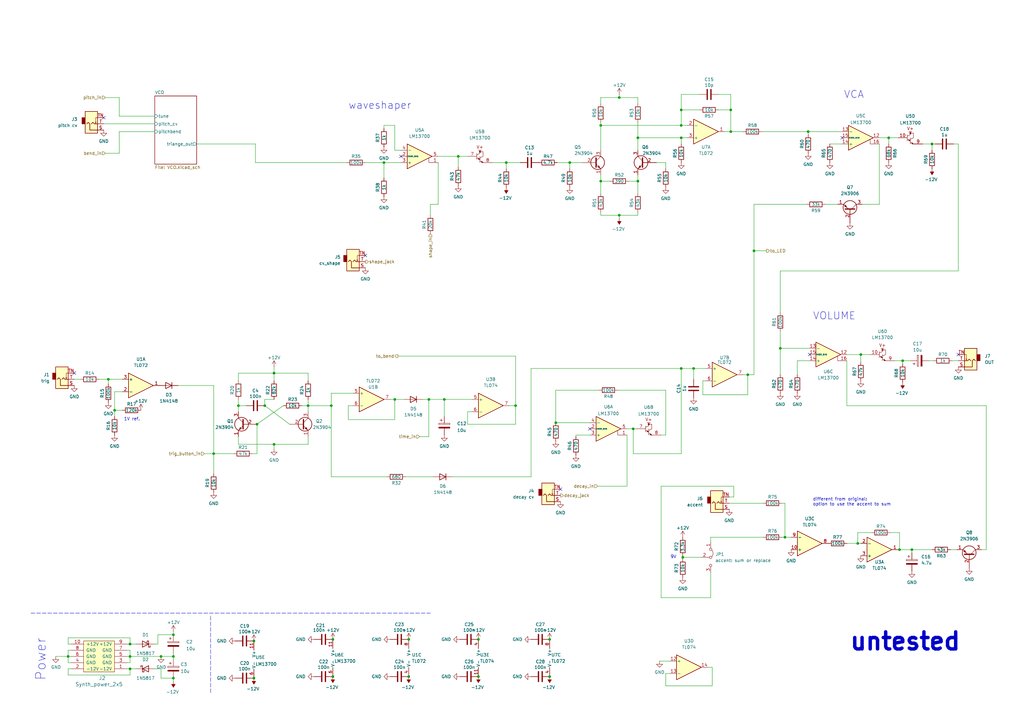
<source format=kicad_sch>
(kicad_sch (version 20211123) (generator eeschema)
  (paper "A3")
  (title_block (title "Roundhouse") (company "strange orbits") (comment 1 "kosmo version of befaco kickall"))
  (junction (at 279.4 56.515))
  (junction (at 97.79 166.37))
  (junction (at 87.63 186.055))
  (junction (at 108.585 166.37))
  (junction (at 284.48 151.13))
  (junction (at 279.4 45.085))
  (junction (at 261.62 74.295))
  (junction (at 196.215 262.255))
  (junction (at 44.45 155.575))
  (junction (at 71.12 278.13))
  (junction (at 53.34 264.16))
  (junction (at 246.38 74.295))
  (junction (at 167.64 277.495))
  (junction (at 136.525 262.255))
  (junction (at 246.38 51.435))
  (junction (at 71.12 269.24))
  (junction (at 306.705 153.67))
  (junction (at 53.34 274.32))
  (junction (at 112.395 153.035))
  (junction (at 225.425 277.495))
  (junction (at 254 88.265))
  (junction (at 104.14 262.89))
  (junction (at 157.48 66.675))
  (junction (at 66.04 269.24))
  (junction (at 321.945 220.345))
  (junction (at 196.215 277.495))
  (junction (at 299.72 53.975))
  (junction (at 374.015 225.425))
  (junction (at 175.895 163.83))
  (junction (at 279.4 51.435))
  (junction (at 364.49 56.515))
  (junction (at 211.455 166.37))
  (junction (at 136.525 277.495))
  (junction (at 225.425 262.255))
  (junction (at 187.96 64.135))
  (junction (at 135.89 166.37))
  (junction (at 351.79 222.885))
  (junction (at 368.935 225.425))
  (junction (at 161.925 163.83))
  (junction (at 182.245 163.83))
  (junction (at 112.395 182.245))
  (junction (at 71.12 260.35))
  (junction (at 261.62 56.515))
  (junction (at 254 40.005))
  (junction (at 299.72 45.085))
  (junction (at 104.14 278.13))
  (junction (at 126.365 166.37))
  (junction (at 309.245 102.87))
  (junction (at 382.27 59.055))
  (junction (at 280.035 228.6))
  (junction (at 331.47 53.975))
  (junction (at 279.4 151.13))
  (junction (at 53.34 269.24))
  (junction (at 259.715 175.895))
  (junction (at 353.06 145.415))
  (junction (at 320.04 142.875))
  (junction (at 207.645 66.675))
  (junction (at 27.94 269.24))
  (junction (at 105.41 173.99))
  (junction (at 46.99 168.275))
  (junction (at 233.68 66.675))
  (junction (at 370.205 147.955))
  (junction (at 227.965 173.355))
  (junction (at 167.64 262.255))
  (no_connect (at 164.465 64.135))
  (no_connect (at 393.065 145.415))
  (no_connect (at 30.48 153.035))
  (no_connect (at 149.86 104.775))
  (no_connect (at 42.545 48.26))
  (no_connect (at 229.87 200.66))
  (no_connect (at 332.105 145.415))
  (no_connect (at 345.44 56.515))
  (no_connect (at 241.935 175.895))
  (wire (pts (xy 179.705 64.135) (xy 187.96 64.135)))
  (wire (pts (xy 353.06 145.415) (xy 353.06 148.59)))
  (wire (pts (xy 261.62 74.295) (xy 261.62 71.755)))
  (wire (pts (xy 182.245 170.815) (xy 182.245 163.83)))
  (wire (pts (xy 52.07 269.24) (xy 53.34 269.24)))
  (wire (pts (xy 360.68 83.82) (xy 360.68 59.055)))
  (wire (pts (xy 299.72 45.085) (xy 294.64 45.085)))
  (wire (pts (xy 53.34 264.16) (xy 52.07 264.16)))
  (wire (pts (xy 257.175 178.435) (xy 257.175 199.39)))
  (wire (pts (xy 391.16 59.055) (xy 393.065 59.055)))
  (wire (pts (xy 135.89 166.37) (xy 135.89 195.58)))
  (wire (pts (xy 367.03 147.955) (xy 370.205 147.955)))
  (wire (pts (xy 288.29 156.21) (xy 288.29 161.925)))
  (wire (pts (xy 291.465 245.11) (xy 271.145 245.11)))
  (wire (pts (xy 193.675 168.91) (xy 191.77 168.91)))
  (wire (pts (xy 135.89 166.37) (xy 135.89 161.29)))
  (wire (pts (xy 157.48 51.435) (xy 157.48 52.705)))
  (wire (pts (xy 87.63 186.055) (xy 95.885 186.055)))
  (wire (pts (xy 273.05 66.675) (xy 269.24 66.675)))
  (wire (pts (xy 370.205 147.955) (xy 370.205 149.225)))
  (wire (pts (xy 241.935 178.435) (xy 236.22 178.435)))
  (wire (pts (xy 246.38 74.295) (xy 246.38 79.375)))
  (wire (pts (xy 52.07 266.7) (xy 53.34 266.7)))
  (wire (pts (xy 259.715 175.895) (xy 260.985 175.895)))
  (wire (pts (xy 289.56 156.21) (xy 288.29 156.21)))
  (wire (pts (xy 320.04 111.125) (xy 393.065 111.125)))
  (wire (pts (xy 321.945 220.345) (xy 324.485 220.345)))
  (polyline (pts (xy 86.36 252.73) (xy 86.36 284.48)))
  (wire (pts (xy 227.965 160.02) (xy 227.965 173.355)))
  (wire (pts (xy 161.925 172.085) (xy 161.925 163.83)))
  (wire (pts (xy 320.04 142.875) (xy 332.105 142.875)))
  (wire (pts (xy 292.1 281.305) (xy 292.1 273.685)))
  (wire (pts (xy 246.38 50.165) (xy 246.38 51.435)))
  (wire (pts (xy 46.99 160.655) (xy 46.99 168.275)))
  (wire (pts (xy 306.705 153.67) (xy 309.245 153.67)))
  (wire (pts (xy 87.63 186.055) (xy 87.63 158.115)))
  (wire (pts (xy 179.705 66.675) (xy 179.705 83.82)))
  (wire (pts (xy 87.63 186.055) (xy 87.63 194.31)))
  (wire (pts (xy 53.34 264.16) (xy 55.88 264.16)))
  (wire (pts (xy 236.22 178.435) (xy 236.22 179.07)))
  (wire (pts (xy 320.04 142.875) (xy 320.04 153.67)))
  (wire (pts (xy 211.455 166.37) (xy 211.455 146.05)))
  (wire (pts (xy 48.895 53.975) (xy 63.5 53.975)))
  (wire (pts (xy 112.395 163.83) (xy 108.585 163.83)))
  (wire (pts (xy 287.02 38.735) (xy 279.4 38.735)))
  (wire (pts (xy 288.29 161.925) (xy 306.705 161.925)))
  (wire (pts (xy 320.04 135.89) (xy 320.04 142.875)))
  (wire (pts (xy 291.465 234.95) (xy 291.465 245.11)))
  (wire (pts (xy 257.81 74.295) (xy 261.62 74.295)))
  (wire (pts (xy 40.64 155.575) (xy 44.45 155.575)))
  (wire (pts (xy 351.79 222.885) (xy 353.06 222.885)))
  (wire (pts (xy 273.05 281.305) (xy 292.1 281.305)))
  (wire (pts (xy 309.245 102.87) (xy 309.245 83.82)))
  (wire (pts (xy 381 147.955) (xy 382.905 147.955)))
  (wire (pts (xy 104.775 66.675) (xy 142.24 66.675)))
  (wire (pts (xy 284.48 151.13) (xy 289.56 151.13)))
  (wire (pts (xy 309.245 102.87) (xy 314.325 102.87)))
  (wire (pts (xy 149.86 66.675) (xy 157.48 66.675)))
  (wire (pts (xy 261.62 50.165) (xy 261.62 56.515)))
  (wire (pts (xy 280.035 228.6) (xy 280.035 229.235)))
  (wire (pts (xy 274.955 276.225) (xy 273.05 276.225)))
  (wire (pts (xy 123.825 166.37) (xy 126.365 166.37)))
  (wire (pts (xy 187.96 64.135) (xy 191.77 64.135)))
  (wire (pts (xy 292.1 273.685) (xy 290.195 273.685)))
  (wire (pts (xy 353.06 145.415) (xy 356.87 145.415)))
  (wire (pts (xy 53.34 266.7) (xy 53.34 269.24)))
  (wire (pts (xy 378.46 59.055) (xy 382.27 59.055)))
  (wire (pts (xy 53.34 271.78) (xy 53.34 269.24)))
  (wire (pts (xy 52.07 274.32) (xy 53.34 274.32)))
  (wire (pts (xy 299.72 45.085) (xy 299.72 38.735)))
  (wire (pts (xy 29.21 266.7) (xy 27.94 266.7)))
  (wire (pts (xy 71.12 267.97) (xy 71.12 269.24)))
  (wire (pts (xy 207.645 66.675) (xy 213.36 66.675)))
  (wire (pts (xy 161.925 51.435) (xy 157.48 51.435)))
  (wire (pts (xy 309.245 153.67) (xy 309.245 102.87)))
  (wire (pts (xy 179.705 83.82) (xy 176.53 83.82)))
  (wire (pts (xy 351.79 218.44) (xy 351.79 222.885)))
  (wire (pts (xy 157.48 66.675) (xy 157.48 73.025)))
  (wire (pts (xy 112.395 182.245) (xy 112.395 184.15)))
  (wire (pts (xy 66.04 274.32) (xy 66.04 278.13)))
  (wire (pts (xy 271.145 245.11) (xy 271.145 199.39)))
  (wire (pts (xy 166.37 195.58) (xy 177.8 195.58)))
  (wire (pts (xy 53.34 276.86) (xy 53.34 274.32)))
  (wire (pts (xy 44.45 155.575) (xy 44.45 157.48)))
  (wire (pts (xy 71.12 259.08) (xy 71.12 260.35)))
  (wire (pts (xy 97.79 153.035) (xy 97.79 156.21)))
  (wire (pts (xy 279.4 56.515) (xy 279.4 59.055)))
  (wire (pts (xy 104.775 59.055) (xy 80.645 59.055)))
  (wire (pts (xy 309.245 83.82) (xy 330.835 83.82)))
  (wire (pts (xy 46.99 168.275) (xy 50.165 168.275)))
  (wire (pts (xy 104.775 66.675) (xy 104.775 59.055)))
  (wire (pts (xy 27.94 266.7) (xy 27.94 269.24)))
  (wire (pts (xy 135.89 161.29) (xy 144.78 161.29)))
  (wire (pts (xy 287.02 45.085) (xy 279.4 45.085)))
  (wire (pts (xy 331.47 53.975) (xy 331.47 55.245)))
  (wire (pts (xy 357.505 218.44) (xy 351.79 218.44)))
  (wire (pts (xy 157.48 66.675) (xy 164.465 66.675)))
  (wire (pts (xy 144.78 166.37) (xy 142.875 166.37)))
  (wire (pts (xy 280.035 228.6) (xy 287.655 228.6)))
  (wire (pts (xy 299.085 206.375) (xy 313.055 206.375)))
  (wire (pts (xy 44.45 155.575) (xy 50.165 155.575)))
  (wire (pts (xy 368.935 225.425) (xy 368.935 218.44)))
  (wire (pts (xy 83.82 186.055) (xy 87.63 186.055)))
  (wire (pts (xy 338.455 83.82) (xy 343.535 83.82)))
  (wire (pts (xy 187.96 64.135) (xy 187.96 68.58)))
  (wire (pts (xy 280.035 227.965) (xy 280.035 228.6)))
  (wire (pts (xy 368.935 225.425) (xy 374.015 225.425)))
  (wire (pts (xy 53.34 269.24) (xy 66.04 269.24)))
  (wire (pts (xy 118.745 173.99) (xy 108.585 166.37)))
  (wire (pts (xy 112.395 182.245) (xy 126.365 182.245)))
  (wire (pts (xy 211.455 146.05) (xy 163.195 146.05)))
  (wire (pts (xy 233.68 66.675) (xy 233.68 69.215)))
  (wire (pts (xy 321.945 206.375) (xy 320.675 206.375)))
  (wire (pts (xy 245.11 199.39) (xy 257.175 199.39)))
  (wire (pts (xy 182.245 163.83) (xy 193.675 163.83)))
  (wire (pts (xy 299.72 38.735) (xy 294.64 38.735)))
  (wire (pts (xy 105.41 186.055) (xy 103.505 186.055)))
  (wire (pts (xy 52.07 271.78) (xy 53.34 271.78)))
  (wire (pts (xy 306.705 161.925) (xy 306.705 153.67)))
  (wire (pts (xy 64.77 260.35) (xy 71.12 260.35)))
  (wire (pts (xy 368.935 218.44) (xy 365.125 218.44)))
  (wire (pts (xy 246.38 74.295) (xy 250.19 74.295)))
  (wire (pts (xy 27.94 264.16) (xy 27.94 261.62)))
  (wire (pts (xy 291.465 220.345) (xy 291.465 222.25)))
  (wire (pts (xy 279.4 151.13) (xy 279.4 186.055)))
  (wire (pts (xy 321.945 220.345) (xy 321.945 206.375)))
  (wire (pts (xy 30.48 155.575) (xy 33.02 155.575)))
  (wire (pts (xy 175.895 163.83) (xy 173.355 163.83)))
  (wire (pts (xy 161.925 61.595) (xy 161.925 51.435)))
  (wire (pts (xy 217.805 195.58) (xy 217.805 151.13)))
  (wire (pts (xy 402.59 225.425) (xy 404.495 225.425)))
  (wire (pts (xy 246.38 51.435) (xy 246.38 61.595)))
  (wire (pts (xy 161.925 163.83) (xy 165.735 163.83)))
  (wire (pts (xy 97.79 166.37) (xy 97.79 163.83)))
  (wire (pts (xy 271.145 178.435) (xy 273.05 178.435)))
  (wire (pts (xy 313.055 220.345) (xy 291.465 220.345)))
  (wire (pts (xy 43.18 62.865) (xy 48.895 62.865)))
  (wire (pts (xy 382.27 59.055) (xy 382.27 61.595)))
  (wire (pts (xy 126.365 166.37) (xy 126.365 168.91)))
  (wire (pts (xy 63.5 264.16) (xy 64.77 264.16)))
  (wire (pts (xy 217.805 151.13) (xy 279.4 151.13)))
  (wire (pts (xy 279.4 151.13) (xy 284.48 151.13)))
  (wire (pts (xy 261.62 56.515) (xy 279.4 56.515)))
  (wire (pts (xy 340.36 59.055) (xy 345.44 59.055)))
  (wire (pts (xy 48.895 40.005) (xy 43.18 40.005)))
  (wire (pts (xy 48.895 62.865) (xy 48.895 53.975)))
  (wire (pts (xy 347.345 222.885) (xy 351.79 222.885)))
  (wire (pts (xy 172.085 179.07) (xy 175.895 179.07)))
  (wire (pts (xy 364.49 56.515) (xy 364.49 59.055)))
  (wire (pts (xy 279.4 51.435) (xy 281.94 51.435)))
  (wire (pts (xy 273.05 276.225) (xy 273.05 281.305)))
  (wire (pts (xy 73.025 158.115) (xy 87.63 158.115)))
  (wire (pts (xy 71.12 269.24) (xy 71.12 270.51)))
  (wire (pts (xy 126.365 153.035) (xy 126.365 156.21)))
  (wire (pts (xy 382.27 59.055) (xy 383.54 59.055)))
  (wire (pts (xy 27.94 274.32) (xy 27.94 276.86)))
  (wire (pts (xy 245.745 160.02) (xy 227.965 160.02)))
  (wire (pts (xy 126.365 163.83) (xy 126.365 166.37)))
  (wire (pts (xy 273.05 160.02) (xy 253.365 160.02)))
  (wire (pts (xy 233.68 66.675) (xy 238.76 66.675)))
  (wire (pts (xy 347.345 147.955) (xy 347.345 166.37)))
  (wire (pts (xy 273.05 178.435) (xy 273.05 160.02)))
  (wire (pts (xy 261.62 42.545) (xy 261.62 40.005)))
  (wire (pts (xy 46.99 168.275) (xy 46.99 170.815)))
  (wire (pts (xy 259.715 186.055) (xy 279.4 186.055)))
  (wire (pts (xy 270.51 271.145) (xy 274.955 271.145)))
  (wire (pts (xy 246.38 51.435) (xy 279.4 51.435)))
  (wire (pts (xy 300.99 199.39) (xy 300.99 203.835)))
  (wire (pts (xy 105.41 173.99) (xy 116.205 166.37)))
  (wire (pts (xy 100.965 166.37) (xy 97.79 166.37)))
  (wire (pts (xy 50.165 160.655) (xy 46.99 160.655)))
  (wire (pts (xy 53.34 261.62) (xy 53.34 264.16)))
  (wire (pts (xy 261.62 88.265) (xy 261.62 86.995)))
  (wire (pts (xy 320.04 111.125) (xy 320.04 128.27)))
  (wire (pts (xy 182.245 163.83) (xy 175.895 163.83)))
  (wire (pts (xy 257.175 175.895) (xy 259.715 175.895)))
  (wire (pts (xy 191.77 173.99) (xy 211.455 173.99)))
  (wire (pts (xy 327.025 153.67) (xy 327.025 147.955)))
  (wire (pts (xy 164.465 61.595) (xy 161.925 61.595)))
  (wire (pts (xy 66.04 278.13) (xy 71.12 278.13)))
  (wire (pts (xy 48.895 47.625) (xy 48.895 40.005)))
  (wire (pts (xy 261.62 56.515) (xy 261.62 61.595)))
  (wire (pts (xy 370.205 147.955) (xy 373.38 147.955)))
  (wire (pts (xy 306.705 153.67) (xy 304.8 153.67)))
  (wire (pts (xy 389.89 225.425) (xy 392.43 225.425)))
  (wire (pts (xy 27.94 271.78) (xy 27.94 269.24)))
  (wire (pts (xy 312.42 53.975) (xy 331.47 53.975)))
  (wire (pts (xy 271.145 199.39) (xy 300.99 199.39)))
  (wire (pts (xy 246.38 71.755) (xy 246.38 74.295)))
  (wire (pts (xy 211.455 166.37) (xy 208.915 166.37)))
  (wire (pts (xy 97.79 182.245) (xy 112.395 182.245)))
  (wire (pts (xy 175.895 179.07) (xy 175.895 163.83)))
  (wire (pts (xy 211.455 173.99) (xy 211.455 166.37)))
  (wire (pts (xy 227.965 173.355) (xy 241.935 173.355)))
  (wire (pts (xy 112.395 153.035) (xy 126.365 153.035)))
  (wire (pts (xy 112.395 153.035) (xy 97.79 153.035)))
  (wire (pts (xy 176.53 83.82) (xy 176.53 88.265)))
  (wire (pts (xy 246.38 86.995) (xy 246.38 88.265)))
  (wire (pts (xy 261.62 74.295) (xy 261.62 79.375)))
  (wire (pts (xy 228.6 66.675) (xy 233.68 66.675)))
  (wire (pts (xy 297.18 53.975) (xy 299.72 53.975)))
  (wire (pts (xy 374.015 225.425) (xy 374.015 226.695)))
  (wire (pts (xy 27.94 269.24) (xy 29.21 269.24)))
  (wire (pts (xy 97.79 179.07) (xy 97.79 182.245)))
  (wire (pts (xy 126.365 182.245) (xy 126.365 179.07)))
  (wire (pts (xy 300.99 203.835) (xy 299.085 203.835)))
  (wire (pts (xy 29.21 271.78) (xy 27.94 271.78)))
  (wire (pts (xy 279.4 45.085) (xy 279.4 51.435)))
  (polyline (pts (xy 12.7 251.46) (xy 176.53 251.46)))
  (wire (pts (xy 29.21 274.32) (xy 27.94 274.32)))
  (wire (pts (xy 53.34 274.32) (xy 55.88 274.32)))
  (wire (pts (xy 160.02 163.83) (xy 161.925 163.83)))
  (wire (pts (xy 254 40.005) (xy 246.38 40.005)))
  (wire (pts (xy 201.93 66.675) (xy 207.645 66.675)))
  (wire (pts (xy 320.675 220.345) (xy 321.945 220.345)))
  (wire (pts (xy 63.5 47.625) (xy 48.895 47.625)))
  (wire (pts (xy 347.345 145.415) (xy 353.06 145.415)))
  (wire (pts (xy 254 88.265) (xy 261.62 88.265)))
  (wire (pts (xy 27.94 261.62) (xy 53.34 261.62)))
  (wire (pts (xy 185.42 195.58) (xy 217.805 195.58)))
  (wire (pts (xy 259.715 175.895) (xy 259.715 186.055)))
  (wire (pts (xy 279.4 56.515) (xy 281.94 56.515)))
  (wire (pts (xy 254 38.735) (xy 254 40.005)))
  (wire (pts (xy 393.065 59.055) (xy 393.065 111.125)))
  (wire (pts (xy 360.68 56.515) (xy 364.49 56.515)))
  (wire (pts (xy 299.72 53.975) (xy 299.72 45.085)))
  (wire (pts (xy 191.77 168.91) (xy 191.77 173.99)))
  (wire (pts (xy 63.5 274.32) (xy 66.04 274.32)))
  (wire (pts (xy 142.875 172.085) (xy 161.925 172.085)))
  (wire (pts (xy 299.72 53.975) (xy 304.8 53.975)))
  (wire (pts (xy 331.47 53.975) (xy 345.44 53.975)))
  (wire (pts (xy 374.015 225.425) (xy 382.27 225.425)))
  (wire (pts (xy 261.62 40.005) (xy 254 40.005)))
  (wire (pts (xy 390.525 147.955) (xy 393.065 147.955)))
  (wire (pts (xy 66.04 269.24) (xy 71.12 269.24)))
  (wire (pts (xy 246.38 40.005) (xy 246.38 42.545)))
  (wire (pts (xy 22.86 269.24) (xy 27.94 269.24)))
  (wire (pts (xy 29.21 264.16) (xy 27.94 264.16)))
  (wire (pts (xy 42.545 50.8) (xy 63.5 50.8)))
  (wire (pts (xy 126.365 166.37) (xy 135.89 166.37)))
  (wire (pts (xy 347.345 166.37) (xy 404.495 166.37)))
  (wire (pts (xy 279.4 38.735) (xy 279.4 45.085)))
  (wire (pts (xy 142.875 166.37) (xy 142.875 172.085)))
  (wire (pts (xy 404.495 225.425) (xy 404.495 166.37)))
  (wire (pts (xy 112.395 156.21) (xy 112.395 153.035)))
  (wire (pts (xy 105.41 173.99) (xy 105.41 186.055)))
  (wire (pts (xy 364.49 56.515) (xy 368.3 56.515)))
  (wire (pts (xy 97.79 166.37) (xy 97.79 168.91)))
  (wire (pts (xy 71.12 278.13) (xy 71.12 279.4)))
  (wire (pts (xy 108.585 163.83) (xy 108.585 166.37)))
  (wire (pts (xy 112.395 150.495) (xy 112.395 153.035)))
  (wire (pts (xy 246.38 88.265) (xy 254 88.265)))
  (wire (pts (xy 273.05 69.215) (xy 273.05 66.675)))
  (wire (pts (xy 254 88.265) (xy 254 89.535)))
  (wire (pts (xy 27.94 276.86) (xy 53.34 276.86)))
  (wire (pts (xy 353.695 83.82) (xy 360.68 83.82)))
  (wire (pts (xy 368.3 225.425) (xy 368.935 225.425)))
  (wire (pts (xy 284.48 151.13) (xy 284.48 155.575)))
  (wire (pts (xy 207.645 66.675) (xy 207.645 69.215)))
  (wire (pts (xy 135.89 195.58) (xy 158.75 195.58)))
  (wire (pts (xy 327.025 147.955) (xy 332.105 147.955)))
  (wire (pts (xy 64.77 264.16) (xy 64.77 260.35)))
  (text "different from original:\noption to use the accent to sum" (at 333.375 207.645 0) (effects (font (size 1.27 1.27)) (justify left bottom)))
  (text "1V ref." (at 50.8 172.72 0) (effects (font (size 1.27 1.27)) (justify left bottom)))
  (text "waveshaper\n" (at 142.875 45.085 0) (effects (font (size 3 3)) (justify left bottom)))
  (text "VCA" (at 346.075 40.64 0) (effects (font (size 3 3)) (justify left bottom)))
  (text "VOLUME" (at 333.375 131.445 0) (effects (font (size 3 3)) (justify left bottom)))
  (text "9V" (at 274.955 229.235 0) (effects (font (size 1.27 1.27)) (justify left bottom)))
  (text "untested" (at 347.98 267.335 0) (effects (font (size 7.0104 7.0104) (thickness 1.4021) bold) (justify left bottom)))
  (text "Power" (at 19.05 279.4 90) (effects (font (size 3.9878 3.9878)) (justify left bottom)))
  (hierarchical_label "trig_button_in" (shape input) (at 83.82 186.055 180))
  (hierarchical_label "to_bend" (shape output) (at 163.195 146.05 180))
  (hierarchical_label "time_in" (shape input) (at 172.085 179.07 180))
  (hierarchical_label "shape_in" (shape input) (at 176.53 95.885 270))
  (hierarchical_label "shape_jack" (shape output) (at 149.86 107.315 0))
  (hierarchical_label "to_LED" (shape output) (at 314.325 102.87 0))
  (hierarchical_label "pitch_in" (shape input) (at 43.18 40.005 180))
  (hierarchical_label "decay_jack" (shape output) (at 229.87 203.2 0))
  (hierarchical_label "bend_in" (shape input) (at 43.18 62.865 180))
  (hierarchical_label "decay_in" (shape input) (at 245.11 199.39 180))
  (symbol (lib_id "ao_symbols:TL072") (at 170.18 269.875 0) (unit 3)
    (property "Reference" "U1" (at 168.91 268.6049 0) (effects (justify left)))
    (property "Value" "TL072" (at 168.91 271.1449 0) (effects (justify left)))
    (property "Footprint" "ao_tht:DIP-8_W7.62mm_Socket_LongPads" (effects hide))
    (property "Vendor" "Tayda" (effects hide))
    (property "SKU" "A-037" (effects hide))
  )
  (symbol (lib_id "ao_symbols:CP") (at 71.12 274.32 0) (unit 1)
    (property "Reference" "C3" (at 74.041 272.5225 0) (effects (justify left)))
    (property "Value" "10u" (at 74.041 275.2976 0) (effects (justify left)))
    (property "Footprint" "ao_tht:CP_Radial_horizontalflat_D5mm_P2.50mm_H10mm_south" (effects hide))
    (property "Vendor" "Tayda" (effects hide))
  )
  (symbol (lib_id "power:GND") (at 273.05 76.835 0) (unit 1)
    (property "Reference" "#PWR0108" (effects hide))
    (property "Value" "GND" (at 273.05 81.3975 0))
  )
  (symbol (lib_id "ao_symbols:LM13700") (at 139.065 269.875 0) (unit 5)
    (property "Reference" "U6" (at 137.16 268.6049 0) (effects (justify left)))
    (property "Value" "LM13700" (at 137.16 271.1449 0) (effects (justify left)))
    (property "Footprint" "ao_tht:DIP-16_W7.62mm_Socket_LongPads" (effects hide))
    (property "Vendor" "Tayda" (effects hide))
    (property "SKU" "A-900" (effects hide))
  )
  (symbol (lib_id "ao_symbols:LM13700") (at 364.49 145.415 0) (unit 4)
    (property "Reference" "U6" (at 361.95 135.89 0))
    (property "Value" "LM13700" (at 361.95 138.43 0))
    (property "Footprint" "ao_tht:DIP-16_W7.62mm_Socket_LongPads" (effects hide))
    (property "Vendor" "Tayda" (effects hide))
    (property "SKU" "A-900" (effects hide))
  )
  (symbol (lib_id "ao_symbols:C") (at 132.715 262.255 90) (unit 1)
    (property "Reference" "C21" (at 131.445 256.54 90))
    (property "Value" "100n" (at 130.81 258.445 90))
    (property "Footprint" "ao_tht:C_Disc_D3.0mm_W1.6mm_P2.50mm" (effects hide))
    (property "Vendor" "Tayda" (effects hide))
  )
  (symbol (lib_id "power:GND") (at 236.22 186.69 0) (unit 1)
    (property "Reference" "#PWR0119" (effects hide))
    (property "Value" "GND" (at 236.22 191.2525 0))
  )
  (symbol (lib_id "power:-12V") (at 104.14 278.13 180) (unit 1)
    (property "Reference" "#PWR0170" (effects hide))
    (property "Value" "-12V" (at 103.759 282.5242 0))
  )
  (symbol (lib_id "ao_symbols:R") (at 97.79 160.02 180) (unit 1)
    (property "Reference" "R20" (at 95.25 160.02 90))
    (property "Value" "1k" (at 97.79 160.02 90))
    (property "Footprint" "ao_tht:R_Axial_DIN0207_L6.3mm_D2.5mm_P10.16mm_Horizontal" (effects hide))
    (property "Vendor" "Tayda" (effects hide))
  )
  (symbol (lib_id "power:GND") (at 157.48 60.325 0) (unit 1)
    (property "Reference" "#PWR0114" (effects hide))
    (property "Value" "GND" (at 157.48 64.8875 0))
  )
  (symbol (lib_id "ao_symbols:R") (at 207.645 73.025 180) (unit 1)
    (property "Reference" "R44" (at 205.105 73.025 90))
    (property "Value" "10k" (at 207.645 73.025 90))
    (property "Footprint" "ao_tht:R_Axial_DIN0207_L6.3mm_D2.5mm_P10.16mm_Horizontal" (effects hide))
    (property "Vendor" "Tayda" (effects hide))
  )
  (symbol (lib_id "power:+12V") (at 112.395 150.495 0) (unit 1)
    (property "Reference" "#PWR0141" (effects hide))
    (property "Value" "+12V" (at 112.395 146.685 0))
  )
  (symbol (lib_id "ao_symbols:AudioJack2_SwitchT") (at 25.4 155.575 0) (mirror x) (unit 1)
    (property "Reference" "J1" (at 20.32 153.6699 0) (effects (justify right)))
    (property "Value" "trig" (at 20.32 156.2099 0) (effects (justify right)))
    (property "Footprint" "ao_tht:Jack_6.35mm_PJ_629HAN_slots" (effects hide))
    (property "Vendor" "Tayda" (effects hide))
    (property "SKU" "A-1121" (effects hide))
  )
  (symbol (lib_id "ao_symbols:R") (at 162.56 195.58 270) (unit 1)
    (property "Reference" "R32" (at 162.56 198.12 90))
    (property "Value" "680" (at 162.56 195.58 90))
    (property "Footprint" "ao_tht:R_Axial_DIN0207_L6.3mm_D2.5mm_P10.16mm_Horizontal" (effects hide))
    (property "Vendor" "Tayda" (effects hide))
  )
  (symbol (lib_id "ao_symbols:R") (at 273.05 73.025 180) (unit 1)
    (property "Reference" "R55" (at 270.51 73.025 90))
    (property "Value" "10k" (at 273.05 73.025 90))
    (property "Footprint" "ao_tht:R_Axial_DIN0207_L6.3mm_D2.5mm_P10.16mm_Horizontal" (effects hide))
    (property "Vendor" "Tayda" (effects hide))
  )
  (symbol (lib_id "power:GND") (at 217.805 277.495 270) (unit 1)
    (property "Reference" "#PWR0160" (effects hide))
    (property "Value" "GND" (at 210.185 277.495 90) (effects (justify left)))
  )
  (symbol (lib_id "ao_symbols:TL074") (at 198.755 269.875 0) (unit 5)
    (property "Reference" "U3" (at 196.85 268.6049 0) (effects (justify left)))
    (property "Value" "TL074" (at 196.85 271.1449 0) (effects (justify left)))
    (property "Footprint" "ao_tht:DIP-14_W7.62mm_Socket_LongPads" (effects hide))
    (property "Vendor" "Tayda" (effects hide))
    (property "SKU" "A-1138" (effects hide))
  )
  (symbol (lib_id "power:+12V") (at 225.425 262.255 0) (unit 1)
    (property "Reference" "#PWR0165" (effects hide))
    (property "Value" "+12V" (at 225.425 258.445 0))
  )
  (symbol (lib_id "ao_symbols:R") (at 382.27 65.405 180) (unit 1)
    (property "Reference" "R69" (at 379.73 65.405 90))
    (property "Value" "10k" (at 382.27 65.405 90))
    (property "Footprint" "ao_tht:R_Axial_DIN0207_L6.3mm_D2.5mm_P10.16mm_Horizontal" (effects hide))
    (property "Vendor" "Tayda" (effects hide))
  )
  (symbol (lib_id "ao_symbols:2N3906") (at 348.615 86.36 270) (mirror x) (unit 1)
    (property "Reference" "Q7" (at 348.615 76.835 90))
    (property "Value" "2N3906" (at 348.615 79.375 90))
    (property "Footprint" "ao_tht:TO-92_Inline_Wide" (effects hide))
    (property "Datasheet" "https://www.onsemi.com/pub/Collateral/2N3906-D.PDF" (effects hide))
    (property "Vendor" "Tayda" (effects hide))
    (property "SKU" "A-117" (effects hide))
  )
  (symbol (lib_id "power:-12V") (at 196.215 277.495 180) (unit 1)
    (property "Reference" "#PWR0161" (effects hide))
    (property "Value" "-12V" (at 195.834 281.8892 0))
  )
  (symbol (lib_id "power:GND") (at 149.86 109.855 0) (unit 1)
    (property "Reference" "#PWR0140" (effects hide))
    (property "Value" "GND" (at 149.86 114.4175 0))
  )
  (symbol (lib_id "ao_symbols:C") (at 100.33 262.89 90) (unit 1)
    (property "Reference" "C19" (at 100.33 256.7645 90))
    (property "Value" "100n" (at 100.33 259.08 90))
    (property "Footprint" "ao_tht:C_Disc_D3.0mm_W1.6mm_P2.50mm" (effects hide))
    (property "Vendor" "Tayda" (effects hide))
  )
  (symbol (lib_id "ao_symbols:C") (at 100.33 278.13 90) (unit 1)
    (property "Reference" "C20" (at 100.33 272.0045 90))
    (property "Value" "100n" (at 100.33 274.32 90))
    (property "Footprint" "ao_tht:C_Disc_D3.0mm_W1.6mm_P2.50mm" (effects hide))
    (property "Vendor" "Tayda" (effects hide))
  )
  (symbol (lib_id "ao_symbols:C") (at 221.615 262.255 90) (unit 1)
    (property "Reference" "C27" (at 221.615 256.1295 90))
    (property "Value" "100n" (at 221.615 258.445 90))
    (property "Footprint" "ao_tht:C_Disc_D3.0mm_W1.6mm_P2.50mm" (effects hide))
    (property "Vendor" "Tayda" (effects hide))
  )
  (symbol (lib_id "ao_symbols:R") (at 353.06 152.4 180) (unit 1)
    (property "Reference" "R67" (at 350.52 152.4 90))
    (property "Value" "47k" (at 353.06 152.4 90))
    (property "Footprint" "ao_tht:R_Axial_DIN0207_L6.3mm_D2.5mm_P10.16mm_Horizontal" (effects hide))
    (property "Vendor" "Tayda" (effects hide))
  )
  (symbol (lib_id "ao_symbols:R") (at 320.04 157.48 180) (unit 1)
    (property "Reference" "R62" (at 317.5 157.48 90))
    (property "Value" "470" (at 320.04 157.48 90))
    (property "Footprint" "ao_tht:R_Axial_DIN0207_L6.3mm_D2.5mm_P10.16mm_Horizontal" (effects hide))
    (property "Vendor" "Tayda" (effects hide))
  )
  (symbol (lib_id "power:GND") (at 227.965 180.975 0) (unit 1)
    (property "Reference" "#PWR0118" (effects hide))
    (property "Value" "GND" (at 227.965 185.5375 0))
  )
  (symbol (lib_id "power:GND") (at 30.48 158.115 0) (unit 1)
    (property "Reference" "#PWR0152" (effects hide))
    (property "Value" "GND" (at 30.48 162.6775 0))
  )
  (symbol (lib_id "ao_symbols:R") (at 112.395 160.02 180) (unit 1)
    (property "Reference" "R22" (at 109.855 160.02 90))
    (property "Value" "82k" (at 112.395 160.02 90))
    (property "Footprint" "ao_tht:R_Axial_DIN0207_L6.3mm_D2.5mm_P10.16mm_Horizontal" (effects hide))
    (property "Vendor" "Tayda" (effects hide))
  )
  (symbol (lib_id "power:GND") (at 279.4 66.675 0) (unit 1)
    (property "Reference" "#PWR0107" (effects hide))
    (property "Value" "GND" (at 279.4 71.2375 0))
  )
  (symbol (lib_id "power:GND") (at 340.36 66.675 0) (unit 1)
    (property "Reference" "#PWR0102" (effects hide))
    (property "Value" "GND" (at 340.36 71.2375 0))
  )
  (symbol (lib_id "power:GND") (at 128.905 277.495 270) (unit 1)
    (property "Reference" "#PWR0178" (effects hide))
    (property "Value" "GND" (at 121.285 277.495 90) (effects (justify left)))
  )
  (symbol (lib_id "ao_symbols:R") (at 279.4 62.865 180) (unit 1)
    (property "Reference" "R56" (at 276.86 62.865 90))
    (property "Value" "10k" (at 279.4 62.865 90))
    (property "Footprint" "ao_tht:R_Axial_DIN0207_L6.3mm_D2.5mm_P10.16mm_Horizontal" (effects hide))
    (property "Vendor" "Tayda" (effects hide))
  )
  (symbol (lib_id "power:+12V") (at 104.14 262.89 0) (unit 1)
    (property "Reference" "#PWR0169" (effects hide))
    (property "Value" "+12V" (at 104.14 259.08 0))
  )
  (symbol (lib_id "ao_symbols:2N3906") (at 397.51 227.965 270) (mirror x) (unit 1)
    (property "Reference" "Q8" (at 397.51 218.44 90))
    (property "Value" "2N3906" (at 397.51 220.98 90))
    (property "Footprint" "ao_tht:TO-92_Inline_Wide" (effects hide))
    (property "Datasheet" "https://www.onsemi.com/pub/Collateral/2N3906-D.PDF" (effects hide))
    (property "Vendor" "Tayda" (effects hide))
    (property "SKU" "A-117" (effects hide))
  )
  (symbol (lib_id "power:-12V") (at 167.64 277.495 180) (unit 1)
    (property "Reference" "#PWR0172" (effects hide))
    (property "Value" "-12V" (at 167.259 281.8892 0))
  )
  (symbol (lib_id "ao_symbols:R") (at 290.83 45.085 270) (unit 1)
    (property "Reference" "R57" (at 290.83 47.625 90))
    (property "Value" "10k" (at 290.83 45.085 90))
    (property "Footprint" "ao_tht:R_Axial_DIN0207_L6.3mm_D2.5mm_P10.16mm_Horizontal" (effects hide))
    (property "Vendor" "Tayda" (effects hide))
  )
  (symbol (lib_id "ao_symbols:R") (at 53.975 168.275 90) (unit 1)
    (property "Reference" "R17" (at 53.975 165.735 90))
    (property "Value" "120k" (at 53.975 168.275 90))
    (property "Footprint" "ao_tht:R_Axial_DIN0207_L6.3mm_D2.5mm_P10.16mm_Horizontal" (effects hide))
    (property "Vendor" "Tayda" (effects hide))
  )
  (symbol (lib_id "ao_symbols:R") (at 233.68 73.025 180) (unit 1)
    (property "Reference" "R49" (at 231.14 73.025 90))
    (property "Value" "10k" (at 233.68 73.025 90))
    (property "Footprint" "ao_tht:R_Axial_DIN0207_L6.3mm_D2.5mm_P10.16mm_Horizontal" (effects hide))
    (property "Vendor" "Tayda" (effects hide))
  )
  (symbol (lib_id "ao_symbols:R") (at 327.025 157.48 180) (unit 1)
    (property "Reference" "R64" (at 324.485 157.48 90))
    (property "Value" "470" (at 327.025 157.48 90))
    (property "Footprint" "ao_tht:R_Axial_DIN0207_L6.3mm_D2.5mm_P10.16mm_Horizontal" (effects hide))
    (property "Vendor" "Tayda" (effects hide))
  )
  (symbol (lib_id "ao_symbols:R") (at 246.38 83.185 180) (unit 1)
    (property "Reference" "R51" (at 243.84 83.185 90))
    (property "Value" "43k" (at 246.38 83.185 90))
    (property "Footprint" "ao_tht:R_Axial_DIN0207_L6.3mm_D2.5mm_P10.16mm_Horizontal" (effects hide))
    (property "Vendor" "Tayda" (effects hide))
  )
  (symbol (lib_id "power:GND") (at 331.47 62.865 0) (unit 1)
    (property "Reference" "#PWR0104" (effects hide))
    (property "Value" "GND" (at 331.47 67.4275 0))
  )
  (symbol (lib_id "ao_symbols:R") (at 157.48 76.835 180) (unit 1)
    (property "Reference" "R38" (at 154.94 76.835 90))
    (property "Value" "1k" (at 157.48 76.835 90))
    (property "Footprint" "ao_tht:R_Axial_DIN0207_L6.3mm_D2.5mm_P10.16mm_Horizontal" (effects hide))
    (property "Vendor" "Tayda" (effects hide))
  )
  (symbol (lib_id "power:+12V") (at 196.215 262.255 0) (unit 1)
    (property "Reference" "#PWR0163" (effects hide))
    (property "Value" "+12V" (at 196.215 258.445 0))
  )
  (symbol (lib_id "power:GND") (at 393.065 150.495 0) (unit 1)
    (property "Reference" "#PWR0109" (effects hide))
    (property "Value" "GND" (at 393.065 155.0575 0))
  )
  (symbol (lib_id "power:GND") (at 46.99 178.435 0) (unit 1)
    (property "Reference" "#PWR0129" (effects hide))
    (property "Value" "GND" (at 46.99 182.9975 0))
  )
  (symbol (lib_id "ao_symbols:CP") (at 374.015 230.505 0) (unit 1)
    (property "Reference" "C16" (at 377.825 228.3459 0) (effects (justify left)))
    (property "Value" "4.7u" (at 377.825 230.8859 0) (effects (justify left)))
    (property "Footprint" "ao_tht:CP_Radial_horizontalflat_D5mm_P2.50mm_H10mm_south" (effects hide))
    (property "Vendor" "Tayda" (effects hide))
  )
  (symbol (lib_id "ao_symbols:R") (at 320.04 132.08 180) (unit 1)
    (property "Reference" "R61" (at 317.5 132.08 90))
    (property "Value" "100k" (at 320.04 132.08 90))
    (property "Footprint" "ao_tht:R_Axial_DIN0207_L6.3mm_D2.5mm_P10.16mm_Horizontal" (effects hide))
    (property "Vendor" "Tayda" (effects hide))
  )
  (symbol (lib_id "power:-12V") (at 382.27 69.215 180) (unit 1)
    (property "Reference" "#PWR0101" (effects hide))
    (property "Value" "-12V" (at 381.889 73.6092 0))
  )
  (symbol (lib_id "power:GND") (at 374.015 234.315 0) (unit 1)
    (property "Reference" "#PWR0147" (effects hide))
    (property "Value" "GND" (at 374.015 238.8775 0))
  )
  (symbol (lib_id "ao_symbols:AudioJack2_SwitchT") (at 144.78 107.315 0) (mirror x) (unit 1)
    (property "Reference" "J5" (at 139.7 105.4099 0) (effects (justify right)))
    (property "Value" "cv_shape" (at 139.7 107.9499 0) (effects (justify right)))
    (property "Footprint" "ao_tht:Jack_6.35mm_PJ_629HAN_slots" (effects hide))
    (property "Vendor" "Tayda" (effects hide))
    (property "SKU" "A-1121" (effects hide))
  )
  (symbol (lib_id "ao_symbols:LM13700") (at 268.605 175.895 0) (unit 2)
    (property "Reference" "U6" (at 266.065 166.9849 0))
    (property "Value" "LM13700" (at 266.065 169.76 0))
    (property "Footprint" "ao_tht:DIP-16_W7.62mm_Socket_LongPads" (effects hide))
    (property "Vendor" "Tayda" (effects hide))
    (property "SKU" "A-900" (effects hide))
  )
  (symbol (lib_id "ao_symbols:R") (at 249.555 160.02 270) (unit 1)
    (property "Reference" "R48" (at 249.555 162.56 90))
    (property "Value" "100k" (at 249.555 160.02 90))
    (property "Footprint" "ao_tht:R_Axial_DIN0207_L6.3mm_D2.5mm_P10.16mm_Horizontal" (effects hide))
    (property "Vendor" "Tayda" (effects hide))
  )
  (symbol (lib_id "ao_symbols:1N4148") (at 69.215 158.115 180) (unit 1)
    (property "Reference" "D3" (at 69.215 161.925 0))
    (property "Value" "1N4148" (at 69.215 164.465 0))
    (property "Footprint" "ao_tht:D_DO-35_SOD27_P7.62mm_Horizontal" (effects hide))
    (property "Vendor" "Tayda" (effects hide))
    (property "SKU" "A-157" (effects hide))
  )
  (symbol (lib_id "ao_symbols:TL074") (at 282.575 273.685 0) (unit 4)
    (property "Reference" "U3" (at 282.575 262.89 0))
    (property "Value" "TL074" (at 282.575 265.43 0))
    (property "Footprint" "ao_tht:DIP-14_W7.62mm_Socket_LongPads" (effects hide))
    (property "Vendor" "Tayda" (effects hide))
    (property "SKU" "A-1138" (effects hide))
  )
  (symbol (lib_id "ao_symbols:R") (at 331.47 59.055 180) (unit 1)
    (property "Reference" "R60" (at 328.93 59.055 90))
    (property "Value" "470" (at 331.47 59.055 90))
    (property "Footprint" "ao_tht:R_Axial_DIN0207_L6.3mm_D2.5mm_P10.16mm_Horizontal" (effects hide))
    (property "Vendor" "Tayda" (effects hide))
  )
  (symbol (lib_id "ao_symbols:R") (at 157.48 56.515 180) (unit 1)
    (property "Reference" "R37" (at 154.94 56.515 90))
    (property "Value" "1k" (at 157.48 56.515 90))
    (property "Footprint" "ao_tht:R_Axial_DIN0207_L6.3mm_D2.5mm_P10.16mm_Horizontal" (effects hide))
    (property "Vendor" "Tayda" (effects hide))
  )
  (symbol (lib_id "power:-12V") (at 370.205 156.845 180) (unit 1)
    (property "Reference" "#PWR0110" (effects hide))
    (property "Value" "-12V" (at 369.824 161.2392 0))
  )
  (symbol (lib_id "power:GND") (at 284.48 163.195 0) (unit 1)
    (property "Reference" "#PWR0123" (effects hide))
    (property "Value" "GND" (at 284.48 167.7575 0))
  )
  (symbol (lib_id "ao_symbols:TL072") (at 152.4 163.83 0) (unit 2)
    (property "Reference" "U1" (at 153.035 158.75 0))
    (property "Value" "TL072" (at 153.035 156.21 0))
    (property "Footprint" "ao_tht:DIP-8_W7.62mm_Socket_LongPads" (effects hide))
    (property "Vendor" "Tayda" (effects hide))
    (property "SKU" "A-037" (effects hide))
  )
  (symbol (lib_id "power:+12V") (at 136.525 262.255 0) (unit 1)
    (property "Reference" "#PWR0176" (effects hide))
    (property "Value" "+12V" (at 136.525 258.445 0))
  )
  (symbol (lib_id "ao_symbols:C") (at 192.405 262.255 90) (unit 1)
    (property "Reference" "C25" (at 192.405 256.1295 90))
    (property "Value" "100n" (at 192.405 258.445 90))
    (property "Footprint" "ao_tht:C_Disc_D3.0mm_W1.6mm_P2.50mm" (effects hide))
    (property "Vendor" "Tayda" (effects hide))
  )
  (symbol (lib_id "power:GND") (at 22.86 269.24 0) (unit 1)
    (property "Reference" "#PWR06" (effects hide))
    (property "Value" "GND" (at 22.987 273.6342 0))
  )
  (symbol (lib_id "ao_symbols:R") (at 280.035 233.045 180) (unit 1)
    (property "Reference" "R73" (at 277.495 233.045 90))
    (property "Value" "10k" (at 280.035 233.045 90))
    (property "Footprint" "ao_tht:R_Axial_DIN0207_L6.3mm_D2.5mm_P10.16mm_Horizontal" (effects hide))
    (property "Vendor" "Tayda" (effects hide))
  )
  (symbol (lib_id "ao_symbols:CP") (at 377.19 147.955 90) (unit 1)
    (property "Reference" "C17" (at 376.301 140.97 90))
    (property "Value" "10u" (at 376.301 143.51 90))
    (property "Footprint" "ao_tht:CP_Radial_horizontalflat_D5mm_P2.50mm_H10mm_south" (effects hide))
    (property "Vendor" "Tayda" (effects hide))
  )
  (symbol (lib_id "ao_symbols:R") (at 316.865 206.375 90) (unit 1)
    (property "Reference" "R75" (at 316.865 203.835 90))
    (property "Value" "100k" (at 316.865 206.375 90))
    (property "Footprint" "ao_tht:R_Axial_DIN0207_L6.3mm_D2.5mm_P10.16mm_Horizontal" (effects hide))
    (property "Vendor" "Tayda" (effects hide))
  )
  (symbol (lib_id "ao_symbols:2N3904") (at 243.84 66.675 0) (unit 1)
    (property "Reference" "Q5" (at 235.585 60.325 0) (effects (justify left)))
    (property "Value" "2N3904" (at 235.585 62.865 0) (effects (justify left)))
    (property "Footprint" "ao_tht:TO-92_Inline_Wide" (effects hide))
    (property "Vendor" "Tayda" (effects hide))
    (property "SKU" "A-111" (effects hide))
  )
  (symbol (lib_id "power:GND") (at 42.545 53.34 0) (unit 1)
    (property "Reference" "#PWR0150" (effects hide))
    (property "Value" "GND" (at 42.545 57.9025 0))
  )
  (symbol (lib_id "ao_symbols:2N3904") (at 264.16 66.675 0) (mirror y) (unit 1)
    (property "Reference" "Q6" (at 266.065 60.325 0) (effects (justify left)))
    (property "Value" "2N3904" (at 271.145 62.865 0) (effects (justify left)))
    (property "Footprint" "ao_tht:TO-92_Inline_Wide" (effects hide))
    (property "Vendor" "Tayda" (effects hide))
    (property "SKU" "A-111" (effects hide))
  )
  (symbol (lib_id "ao_symbols:Synth_power_2x5") (at 40.64 269.24 0) (unit 1)
    (property "Reference" "J2" (at 41.91 278.13 0) (effects (font (size 1.524 1.524))))
    (property "Value" "Synth_power_2x5" (at 40.64 280.67 0) (effects (font (size 1.524 1.524))))
    (property "Footprint" "ao_tht:Power_Header" (effects hide))
    (property "Vendor" "Tayda" (effects hide))
    (property "SKU" "A-2939" (effects hide))
  )
  (symbol (lib_id "ao_symbols:R") (at 99.695 186.055 90) (unit 1)
    (property "Reference" "R21" (at 99.695 183.515 90))
    (property "Value" "47k" (at 99.695 186.055 90))
    (property "Footprint" "ao_tht:R_Axial_DIN0207_L6.3mm_D2.5mm_P10.16mm_Horizontal" (effects hide))
    (property "Vendor" "Tayda" (effects hide))
  )
  (symbol (lib_id "power:GND") (at 233.68 76.835 0) (unit 1)
    (property "Reference" "#PWR0112" (effects hide))
    (property "Value" "GND" (at 233.68 81.3975 0))
  )
  (symbol (lib_id "power:GND") (at 270.51 271.145 0) (unit 1)
    (property "Reference" "#PWR0190" (effects hide))
    (property "Value" "GND" (at 270.51 275.7075 0))
  )
  (symbol (lib_id "ao_symbols:C") (at 132.715 277.495 90) (unit 1)
    (property "Reference" "C22" (at 132.715 271.3695 90))
    (property "Value" "100n" (at 132.715 273.685 90))
    (property "Footprint" "ao_tht:C_Disc_D3.0mm_W1.6mm_P2.50mm" (effects hide))
    (property "Vendor" "Tayda" (effects hide))
  )
  (symbol (lib_id "power:GND") (at 327.025 161.29 0) (unit 1)
    (property "Reference" "#PWR0121" (effects hide))
    (property "Value" "GND" (at 327.025 165.8525 0))
  )
  (symbol (lib_id "power:+12V") (at 71.12 259.08 0) (unit 1)
    (property "Reference" "#PWR03" (effects hide))
    (property "Value" "+12V" (at 71.12 255.27 0))
  )
  (symbol (lib_id "power:GND") (at 87.63 201.93 0) (unit 1)
    (property "Reference" "#PWR0124" (effects hide))
    (property "Value" "GND" (at 87.63 206.4925 0))
  )
  (symbol (lib_id "power:-12V") (at 225.425 277.495 180) (unit 1)
    (property "Reference" "#PWR0159" (effects hide))
    (property "Value" "-12V" (at 225.044 281.8892 0))
  )
  (symbol (lib_id "ao_symbols:1N4148") (at 169.545 163.83 180) (unit 1)
    (property "Reference" "D5" (at 169.545 167.64 0))
    (property "Value" "1N4148" (at 169.545 170.18 0))
    (property "Footprint" "ao_tht:D_DO-35_SOD27_P7.62mm_Horizontal" (effects hide))
    (property "Vendor" "Tayda" (effects hide))
    (property "SKU" "A-157" (effects hide))
  )
  (symbol (lib_id "ao_symbols:R") (at 386.715 147.955 90) (unit 1)
    (property "Reference" "R70" (at 386.715 145.415 90))
    (property "Value" "1k" (at 386.715 147.955 90))
    (property "Footprint" "ao_tht:R_Axial_DIN0207_L6.3mm_D2.5mm_P10.16mm_Horizontal" (effects hide))
    (property "Vendor" "Tayda" (effects hide))
  )
  (symbol (lib_id "power:GND") (at 229.87 205.74 0) (unit 1)
    (property "Reference" "#PWR0151" (effects hide))
    (property "Value" "GND" (at 229.87 210.3025 0))
  )
  (symbol (lib_id "power:GND") (at 397.51 233.045 0) (unit 1)
    (property "Reference" "#PWR0146" (effects hide))
    (property "Value" "GND" (at 397.51 237.6075 0))
  )
  (symbol (lib_id "ao_symbols:TL072") (at 289.56 53.975 0) (mirror x) (unit 1)
    (property "Reference" "U7" (at 289.56 60.325 0))
    (property "Value" "TL072" (at 289.56 62.865 0))
    (property "Footprint" "ao_tht:DIP-8_W7.62mm_Socket_LongPads" (effects hide))
    (property "Vendor" "Tayda" (effects hide))
    (property "SKU" "A-037" (effects hide))
  )
  (symbol (lib_id "ao_symbols:2N3904") (at 100.33 173.99 0) (mirror y) (unit 1)
    (property "Reference" "Q1" (at 95.885 172.72 0) (effects (justify left)))
    (property "Value" "2N3904" (at 95.885 175.26 0) (effects (justify left)))
    (property "Footprint" "ao_tht:TO-92_Inline_Wide" (effects hide))
    (property "Vendor" "Tayda" (effects hide))
    (property "SKU" "A-111" (effects hide))
  )
  (symbol (lib_id "ao_symbols:1N4148") (at 181.61 195.58 180) (unit 1)
    (property "Reference" "D6" (at 181.61 199.39 0))
    (property "Value" "1N4148" (at 181.61 201.93 0))
    (property "Footprint" "ao_tht:D_DO-35_SOD27_P7.62mm_Horizontal" (effects hide))
    (property "Vendor" "Tayda" (effects hide))
    (property "SKU" "A-157" (effects hide))
  )
  (symbol (lib_id "ao_symbols:R") (at 36.83 155.575 90) (unit 1)
    (property "Reference" "R14" (at 36.83 153.035 90))
    (property "Value" "10k" (at 36.83 155.575 90))
    (property "Footprint" "ao_tht:R_Axial_DIN0207_L6.3mm_D2.5mm_P10.16mm_Horizontal" (effects hide))
    (property "Vendor" "Tayda" (effects hide))
  )
  (symbol (lib_id "power:GND") (at 66.04 269.24 0) (unit 1)
    (property "Reference" "#PWR07" (effects hide))
    (property "Value" "GND" (at 66.167 273.6342 0))
  )
  (symbol (lib_id "power:GND") (at 96.52 278.13 270) (unit 1)
    (property "Reference" "#PWR0168" (effects hide))
    (property "Value" "GND" (at 88.9 278.13 90) (effects (justify left)))
  )
  (symbol (lib_id "ao_symbols:LM13700") (at 375.92 56.515 0) (unit 4)
    (property "Reference" "U5" (at 373.38 47.6049 0))
    (property "Value" "LM13700" (at 373.38 50.38 0))
    (property "Footprint" "ao_tht:DIP-16_W7.62mm_Socket_LongPads" (effects hide))
    (property "Vendor" "Tayda" (effects hide))
    (property "SKU" "A-900" (effects hide))
  )
  (symbol (lib_id "ao_symbols:C") (at 163.83 262.255 90) (unit 1)
    (property "Reference" "C23" (at 163.83 256.1295 90))
    (property "Value" "100n" (at 163.83 258.445 90))
    (property "Footprint" "ao_tht:C_Disc_D3.0mm_W1.6mm_P2.50mm" (effects hide))
    (property "Vendor" "Tayda" (effects hide))
  )
  (symbol (lib_id "ao_symbols:TL072") (at 57.785 158.115 0) (unit 1)
    (property "Reference" "U1" (at 57.785 147.32 0))
    (property "Value" "TL072" (at 57.785 149.86 0))
    (property "Footprint" "ao_tht:DIP-8_W7.62mm_Socket_LongPads" (effects hide))
    (property "Vendor" "Tayda" (effects hide))
    (property "SKU" "A-037" (effects hide))
  )
  (symbol (lib_id "power:GND") (at 96.52 262.89 270) (unit 1)
    (property "Reference" "#PWR0167" (effects hide))
    (property "Value" "GND" (at 88.9 262.89 90) (effects (justify left)))
  )
  (symbol (lib_id "power:GND") (at 128.905 262.255 270) (unit 1)
    (property "Reference" "#PWR0174" (effects hide))
    (property "Value" "GND" (at 121.285 262.255 90) (effects (justify left)))
  )
  (symbol (lib_id "ao_symbols:LM13700") (at 339.725 145.415 0) (unit 3)
    (property "Reference" "U6" (at 339.725 152.4 0))
    (property "Value" "LM13700" (at 339.725 154.94 0))
    (property "Footprint" "ao_tht:DIP-16_W7.62mm_Socket_LongPads" (effects hide))
    (property "Vendor" "Tayda" (effects hide))
    (property "SKU" "A-900" (effects hide))
  )
  (symbol (lib_id "power:+12V") (at 57.785 168.275 0) (unit 1)
    (property "Reference" "#PWR0131" (effects hide))
    (property "Value" "+12V" (at 57.785 164.465 0))
  )
  (symbol (lib_id "ao_symbols:C") (at 221.615 277.495 90) (unit 1)
    (property "Reference" "C28" (at 221.615 271.3695 90))
    (property "Value" "100n" (at 221.615 273.685 90))
    (property "Footprint" "ao_tht:C_Disc_D3.0mm_W1.6mm_P2.50mm" (effects hide))
    (property "Vendor" "Tayda" (effects hide))
  )
  (symbol (lib_id "power:GND") (at 217.805 262.255 270) (unit 1)
    (property "Reference" "#PWR0166" (effects hide))
    (property "Value" "GND" (at 210.185 262.255 90) (effects (justify left)))
  )
  (symbol (lib_id "ao_symbols:TL072") (at 297.18 153.67 0) (unit 2)
    (property "Reference" "U7" (at 297.18 146.685 0))
    (property "Value" "TL072" (at 297.18 148.59 0))
    (property "Footprint" "ao_tht:DIP-8_W7.62mm_Socket_LongPads" (effects hide))
    (property "Vendor" "Tayda" (effects hide))
    (property "SKU" "A-037" (effects hide))
  )
  (symbol (lib_id "ao_symbols:R") (at 254 74.295 90) (unit 1)
    (property "Reference" "R52" (at 254 71.755 90))
    (property "Value" "390" (at 254 74.295 90))
    (property "Footprint" "ao_tht:R_Axial_DIN0207_L6.3mm_D2.5mm_P10.16mm_Horizontal" (effects hide))
    (property "Vendor" "Tayda" (effects hide))
  )
  (symbol (lib_id "ao_symbols:R") (at 236.22 182.88 180) (unit 1)
    (property "Reference" "R46" (at 233.68 182.88 90))
    (property "Value" "470" (at 236.22 182.88 90))
    (property "Footprint" "ao_tht:R_Axial_DIN0207_L6.3mm_D2.5mm_P10.16mm_Horizontal" (effects hide))
    (property "Vendor" "Tayda" (effects hide))
  )
  (symbol (lib_id "ao_symbols:R") (at 261.62 46.355 180) (unit 1)
    (property "Reference" "R53" (at 259.08 46.355 90))
    (property "Value" "10k" (at 261.62 46.355 90))
    (property "Footprint" "ao_tht:R_Axial_DIN0207_L6.3mm_D2.5mm_P10.16mm_Horizontal" (effects hide))
    (property "Vendor" "Tayda" (effects hide))
  )
  (symbol (lib_id "ao_symbols:R") (at 246.38 46.355 180) (unit 1)
    (property "Reference" "R50" (at 243.84 46.355 90))
    (property "Value" "10k" (at 246.38 46.355 90))
    (property "Footprint" "ao_tht:R_Axial_DIN0207_L6.3mm_D2.5mm_P10.16mm_Horizontal" (effects hide))
    (property "Vendor" "Tayda" (effects hide))
  )
  (symbol (lib_id "power:GND") (at 187.96 76.2 0) (unit 1)
    (property "Reference" "#PWR0113" (effects hide))
    (property "Value" "GND" (at 187.96 80.7625 0))
  )
  (symbol (lib_id "ao_symbols:R") (at 46.99 174.625 180) (unit 1)
    (property "Reference" "R16" (at 44.45 174.625 90))
    (property "Value" "10k" (at 46.99 174.625 90))
    (property "Footprint" "ao_tht:R_Axial_DIN0207_L6.3mm_D2.5mm_P10.16mm_Horizontal" (effects hide))
    (property "Vendor" "Tayda" (effects hide))
  )
  (symbol (lib_id "ao_symbols:R") (at 120.015 166.37 90) (unit 1)
    (property "Reference" "R23" (at 120.015 163.83 90))
    (property "Value" "10k" (at 120.015 166.37 90))
    (property "Footprint" "ao_tht:R_Axial_DIN0207_L6.3mm_D2.5mm_P10.16mm_Horizontal" (effects hide))
    (property "Vendor" "Tayda" (effects hide))
  )
  (symbol (lib_id "ao_symbols:R") (at 343.535 222.885 90) (unit 1)
    (property "Reference" "R77" (at 343.535 220.345 90))
    (property "Value" "100k" (at 343.535 222.885 90))
    (property "Footprint" "ao_tht:R_Axial_DIN0207_L6.3mm_D2.5mm_P10.16mm_Horizontal" (effects hide))
    (property "Vendor" "Tayda" (effects hide))
  )
  (symbol (lib_id "power:GND") (at 280.035 236.855 0) (unit 1)
    (property "Reference" "#PWR0144" (effects hide))
    (property "Value" "GND" (at 280.035 241.4175 0))
  )
  (symbol (lib_id "ao_symbols:R") (at 308.61 53.975 90) (unit 1)
    (property "Reference" "R58" (at 308.61 51.435 90))
    (property "Value" "100k" (at 308.61 53.975 90))
    (property "Footprint" "ao_tht:R_Axial_DIN0207_L6.3mm_D2.5mm_P10.16mm_Horizontal" (effects hide))
    (property "Vendor" "Tayda" (effects hide))
  )
  (symbol (lib_id "ao_symbols:TL072") (at 227.965 269.875 0) (unit 3)
    (property "Reference" "U7" (at 226.06 268.6049 0) (effects (justify left)))
    (property "Value" "TL072" (at 226.06 271.1449 0) (effects (justify left)))
    (property "Footprint" "ao_tht:DIP-8_W7.62mm_Socket_LongPads" (effects hide))
    (property "Vendor" "Tayda" (effects hide))
    (property "SKU" "A-037" (effects hide))
  )
  (symbol (lib_id "ao_symbols:R") (at 364.49 62.865 180) (unit 1)
    (property "Reference" "R66" (at 367.03 62.865 90))
    (property "Value" "68k" (at 364.49 62.865 90))
    (property "Footprint" "ao_tht:R_Axial_DIN0207_L6.3mm_D2.5mm_P10.16mm_Horizontal" (effects hide))
    (property "Vendor" "Tayda" (effects hide))
  )
  (symbol (lib_id "power:GND") (at 44.45 165.1 0) (unit 1)
    (property "Reference" "#PWR0130" (effects hide))
    (property "Value" "GND" (at 44.45 169.6625 0))
  )
  (symbol (lib_id "ao_symbols:R") (at 44.45 161.29 180) (unit 1)
    (property "Reference" "R15" (at 41.91 161.29 90))
    (property "Value" "100k" (at 44.45 161.29 90))
    (property "Footprint" "ao_tht:R_Axial_DIN0207_L6.3mm_D2.5mm_P10.16mm_Horizontal" (effects hide))
    (property "Vendor" "Tayda" (effects hide))
  )
  (symbol (lib_id "ao_symbols:1N5817") (at 59.69 264.16 180) (unit 1)
    (property "Reference" "D1" (at 59.69 260.35 0))
    (property "Value" "1N5817" (at 59.69 267.97 0))
    (property "Footprint" "ao_tht:D_DO-41_SOD81_P10.16mm_Horizontal" (effects hide))
    (property "Vendor" "Tayda" (effects hide))
    (property "SKU" "A-159" (effects hide))
  )
  (symbol (lib_id "ao_symbols:C") (at 284.48 159.385 180) (unit 1)
    (property "Reference" "C14" (at 278.3545 159.385 90))
    (property "Value" "1u" (at 280.67 159.385 90))
    (property "Footprint" "ao_tht:C_Rect_L7.2mm_W7.2mm_P5.00mm_FKS2_FKP2_MKS2_MKP2" (effects hide))
    (property "Vendor" "Tayda" (effects hide))
  )
  (symbol (lib_id "ao_symbols:LM13700") (at 172.085 64.135 0) (unit 1)
    (property "Reference" "U5" (at 172.085 53.34 0))
    (property "Value" "LM13700" (at 172.085 55.88 0))
    (property "Footprint" "ao_tht:DIP-16_W7.62mm_Socket_LongPads" (effects hide))
    (property "Vendor" "Tayda" (effects hide))
    (property "SKU" "A-900" (effects hide))
  )
  (symbol (lib_id "ao_symbols:2N3904") (at 123.825 173.99 0) (unit 1)
    (property "Reference" "Q2" (at 129.54 172.7199 0) (effects (justify left)))
    (property "Value" "2N3904" (at 128.27 175.26 0) (effects (justify left)))
    (property "Footprint" "ao_tht:TO-92_Inline_Wide" (effects hide))
    (property "Vendor" "Tayda" (effects hide))
    (property "SKU" "A-111" (effects hide))
  )
  (symbol (lib_id "power:GND") (at 188.595 262.255 270) (unit 1)
    (property "Reference" "#PWR0164" (effects hide))
    (property "Value" "GND" (at 180.975 262.255 90) (effects (justify left)))
  )
  (symbol (lib_id "ao_symbols:C") (at 387.35 59.055 90) (unit 1)
    (property "Reference" "C18" (at 387.35 52.9295 90))
    (property "Value" "1u" (at 387.35 55.245 90))
    (property "Footprint" "ao_tht:C_Rect_L7.2mm_W7.2mm_P5.00mm_FKS2_FKP2_MKS2_MKP2" (effects hide))
    (property "Vendor" "Tayda" (effects hide))
  )
  (symbol (lib_id "ao_symbols:CP") (at 182.245 174.625 0) (unit 1)
    (property "Reference" "C12" (at 187.452 173.7165 0) (effects (justify left)))
    (property "Value" "10u" (at 187.452 176.4916 0) (effects (justify left)))
    (property "Footprint" "ao_tht:CP_Radial_horizontalflat_D5mm_P2.50mm_H10mm_south" (effects hide))
    (property "Vendor" "Tayda" (effects hide))
  )
  (symbol (lib_id "power:GND") (at 112.395 184.15 0) (unit 1)
    (property "Reference" "#PWR0142" (effects hide))
    (property "Value" "GND" (at 112.395 188.7125 0))
  )
  (symbol (lib_id "power:GND") (at 320.04 161.29 0) (unit 1)
    (property "Reference" "#PWR0122" (effects hide))
    (property "Value" "GND" (at 320.04 165.8525 0))
  )
  (symbol (lib_id "ao_symbols:C") (at 104.775 166.37 90) (unit 1)
    (property "Reference" "C4" (at 104.775 160.2445 90))
    (property "Value" "100n" (at 104.775 162.56 90))
    (property "Footprint" "ao_tht:C_Disc_D3.0mm_W1.6mm_P2.50mm" (effects hide))
    (property "Vendor" "Tayda" (effects hide))
  )
  (symbol (lib_id "ao_symbols:TL074") (at 360.68 225.425 0) (mirror x) (unit 1)
    (property "Reference" "U3" (at 360.68 230.505 0))
    (property "Value" "TL074" (at 360.68 233.045 0))
    (property "Footprint" "ao_tht:DIP-14_W7.62mm_Socket_LongPads" (effects hide))
    (property "Vendor" "Tayda" (effects hide))
    (property "SKU" "A-1138" (effects hide))
  )
  (symbol (lib_id "ao_symbols:R") (at 261.62 83.185 180) (unit 1)
    (property "Reference" "R54" (at 259.08 83.185 90))
    (property "Value" "43k" (at 261.62 83.185 90))
    (property "Footprint" "ao_tht:R_Axial_DIN0207_L6.3mm_D2.5mm_P10.16mm_Horizontal" (effects hide))
    (property "Vendor" "Tayda" (effects hide))
  )
  (symbol (lib_id "ao_symbols:AudioJack2_SwitchT") (at 224.79 203.2 0) (mirror x) (unit 1)
    (property "Reference" "J4" (at 219.075 201.2949 0) (effects (justify right)))
    (property "Value" "decay cv" (at 219.075 203.8349 0) (effects (justify right)))
    (property "Footprint" "ao_tht:Jack_6.35mm_PJ_629HAN_slots" (effects hide))
    (property "Vendor" "Tayda" (effects hide))
    (property "SKU" "A-1121" (effects hide))
  )
  (symbol (lib_id "ao_symbols:R") (at 386.08 225.425 270) (unit 1)
    (property "Reference" "R63" (at 386.08 227.965 90))
    (property "Value" "43k" (at 386.08 225.425 90))
    (property "Footprint" "ao_tht:R_Axial_DIN0207_L6.3mm_D2.5mm_P10.16mm_Horizontal" (effects hide))
    (property "Vendor" "Tayda" (effects hide))
  )
  (symbol (lib_id "power:-12V") (at 254 89.535 180) (unit 1)
    (property "Reference" "#PWR0111" (effects hide))
    (property "Value" "-12V" (at 253.619 93.9292 0))
  )
  (symbol (lib_id "ao_symbols:R") (at 280.035 224.155 180) (unit 1)
    (property "Reference" "R72" (at 277.495 224.155 90))
    (property "Value" "3.3k" (at 280.035 224.155 90))
    (property "Footprint" "ao_tht:R_Axial_DIN0207_L6.3mm_D2.5mm_P10.16mm_Horizontal" (effects hide))
    (property "Vendor" "Tayda" (effects hide))
  )
  (symbol (lib_id "ao_symbols:C") (at 163.83 277.495 90) (unit 1)
    (property "Reference" "C24" (at 163.83 271.3695 90))
    (property "Value" "100n" (at 163.83 273.685 90))
    (property "Footprint" "ao_tht:C_Disc_D3.0mm_W1.6mm_P2.50mm" (effects hide))
    (property "Vendor" "Tayda" (effects hide))
  )
  (symbol (lib_id "ao_symbols:R") (at 316.865 220.345 90) (unit 1)
    (property "Reference" "R76" (at 316.865 217.805 90))
    (property "Value" "100k" (at 316.865 220.345 90))
    (property "Footprint" "ao_tht:R_Axial_DIN0207_L6.3mm_D2.5mm_P10.16mm_Horizontal" (effects hide))
    (property "Vendor" "Tayda" (effects hide))
  )
  (symbol (lib_id "ao_symbols:C") (at 290.83 38.735 90) (unit 1)
    (property "Reference" "C15" (at 290.83 32.6095 90))
    (property "Value" "10p" (at 290.83 34.925 90))
    (property "Footprint" "ao_tht:C_Disc_D3.0mm_W1.6mm_P2.50mm" (effects hide))
    (property "Vendor" "Tayda" (effects hide))
  )
  (symbol (lib_id "ao_symbols:LM13700") (at 353.06 56.515 0) (unit 3)
    (property "Reference" "U5" (at 353.06 47.4685 0))
    (property "Value" "LM13700" (at 353.06 50.2436 0))
    (property "Footprint" "ao_tht:DIP-16_W7.62mm_Socket_LongPads" (effects hide))
    (property "Vendor" "Tayda" (effects hide))
    (property "SKU" "A-900" (effects hide))
  )
  (symbol (lib_id "ao_symbols:AudioJack2_SwitchT") (at 37.465 50.8 0) (mirror x) (unit 1)
    (property "Reference" "J3" (at 31.75 48.8949 0) (effects (justify right)))
    (property "Value" "pitch cv" (at 31.75 51.4349 0) (effects (justify right)))
    (property "Footprint" "ao_tht:Jack_6.35mm_PJ_629HAN_slots" (effects hide))
    (property "Vendor" "Tayda" (effects hide))
    (property "SKU" "A-1121" (effects hide))
  )
  (symbol (lib_id "ao_symbols:C") (at 192.405 277.495 90) (unit 1)
    (property "Reference" "C26" (at 192.405 271.3695 90))
    (property "Value" "100n" (at 192.405 273.685 90))
    (property "Footprint" "ao_tht:C_Disc_D3.0mm_W1.6mm_P2.50mm" (effects hide))
    (property "Vendor" "Tayda" (effects hide))
  )
  (symbol (lib_id "power:GND") (at 188.595 277.495 270) (unit 1)
    (property "Reference" "#PWR0162" (effects hide))
    (property "Value" "GND" (at 180.975 277.495 90) (effects (justify left)))
  )
  (symbol (lib_id "ao_symbols:R") (at 126.365 160.02 180) (unit 1)
    (property "Reference" "R24" (at 123.825 160.02 90))
    (property "Value" "1k" (at 126.365 160.02 90))
    (property "Footprint" "ao_tht:R_Axial_DIN0207_L6.3mm_D2.5mm_P10.16mm_Horizontal" (effects hide))
    (property "Vendor" "Tayda" (effects hide))
  )
  (symbol (lib_id "ao_symbols:R") (at 370.205 153.035 180) (unit 1)
    (property "Reference" "R68" (at 367.665 153.035 90))
    (property "Value" "10k" (at 370.205 153.035 90))
    (property "Footprint" "ao_tht:R_Axial_DIN0207_L6.3mm_D2.5mm_P10.16mm_Horizontal" (effects hide))
    (property "Vendor" "Tayda" (effects hide))
  )
  (symbol (lib_id "ao_symbols:LM13700") (at 106.68 270.51 0) (unit 5)
    (property "Reference" "U5" (at 104.775 269.6015 0) (effects (justify left)))
    (property "Value" "LM13700" (at 104.775 272.3766 0) (effects (justify left)))
    (property "Footprint" "ao_tht:DIP-16_W7.62mm_Socket_LongPads" (effects hide))
    (property "Vendor" "Tayda" (effects hide))
    (property "SKU" "A-900" (effects hide))
  )
  (symbol (lib_id "power:GND") (at 353.06 156.21 0) (unit 1)
    (property "Reference" "#PWR0120" (effects hide))
    (property "Value" "GND" (at 353.06 160.7725 0))
  )
  (symbol (lib_id "ao_symbols:LM13700") (at 249.555 175.895 0) (unit 1)
    (property "Reference" "U6" (at 249.555 166.8485 0))
    (property "Value" "LM13700" (at 249.555 169.6236 0))
    (property "Footprint" "ao_tht:DIP-16_W7.62mm_Socket_LongPads" (effects hide))
    (property "Vendor" "Tayda" (effects hide))
    (property "SKU" "A-900" (effects hide))
  )
  (symbol (lib_id "ao_symbols:R") (at 340.36 62.865 180) (unit 1)
    (property "Reference" "R65" (at 337.82 62.865 90))
    (property "Value" "470" (at 340.36 62.865 90))
    (property "Footprint" "ao_tht:R_Axial_DIN0207_L6.3mm_D2.5mm_P10.16mm_Horizontal" (effects hide))
    (property "Vendor" "Tayda" (effects hide))
  )
  (symbol (lib_id "power:-12V") (at 136.525 277.495 180) (unit 1)
    (property "Reference" "#PWR0177" (effects hide))
    (property "Value" "-12V" (at 136.144 281.8892 0))
  )
  (symbol (lib_id "power:GND") (at 324.485 225.425 0) (unit 1)
    (property "Reference" "#PWR0189" (effects hide))
    (property "Value" "GND" (at 324.485 229.9875 0))
  )
  (symbol (lib_id "ao_symbols:R") (at 146.05 66.675 90) (unit 1)
    (property "Reference" "R35" (at 146.05 64.135 90))
    (property "Value" "100k" (at 146.05 66.675 90))
    (property "Footprint" "ao_tht:R_Axial_DIN0207_L6.3mm_D2.5mm_P10.16mm_Horizontal" (effects hide))
    (property "Vendor" "Tayda" (effects hide))
  )
  (symbol (lib_id "ao_symbols:R") (at 227.965 177.165 180) (unit 1)
    (property "Reference" "R45" (at 225.425 177.165 90))
    (property "Value" "470" (at 227.965 177.165 90))
    (property "Footprint" "ao_tht:R_Axial_DIN0207_L6.3mm_D2.5mm_P10.16mm_Horizontal" (effects hide))
    (property "Vendor" "Tayda" (effects hide))
  )
  (symbol (lib_id "ao_symbols:R") (at 176.53 92.075 180) (unit 1)
    (property "Reference" "R41" (at 173.99 92.075 90))
    (property "Value" "20k" (at 176.53 92.075 90))
    (property "Footprint" "ao_tht:R_Axial_DIN0207_L6.3mm_D2.5mm_P10.16mm_Horizontal" (effects hide))
    (property "Vendor" "Tayda" (effects hide))
  )
  (symbol (lib_id "ao_symbols:R") (at 224.79 66.675 90) (unit 1)
    (property "Reference" "R47" (at 224.79 64.135 90))
    (property "Value" "4.7k" (at 224.79 66.675 90))
    (property "Footprint" "ao_tht:R_Axial_DIN0207_L6.3mm_D2.5mm_P10.16mm_Horizontal" (effects hide))
    (property "Vendor" "Tayda" (effects hide))
  )
  (symbol (lib_id "power:GND") (at 160.02 277.495 270) (unit 1)
    (property "Reference" "#PWR0173" (effects hide))
    (property "Value" "GND" (at 152.4 277.495 90) (effects (justify left)))
  )
  (symbol (lib_id "power:-12V") (at 71.12 279.4 180) (unit 1)
    (property "Reference" "#PWR010" (effects hide))
    (property "Value" "-12V" (at 70.739 283.7942 0))
  )
  (symbol (lib_id "ao_symbols:CP") (at 71.12 264.16 0) (unit 1)
    (property "Reference" "C2" (at 76.327 263.2515 0) (effects (justify left)))
    (property "Value" "10u" (at 76.327 266.0266 0) (effects (justify left)))
    (property "Footprint" "ao_tht:CP_Radial_horizontalflat_D5mm_P2.50mm_H10mm_south" (effects hide))
    (property "Vendor" "Tayda" (effects hide))
  )
  (symbol (lib_id "power:GND") (at 299.085 208.915 0) (unit 1)
    (property "Reference" "#PWR0149" (effects hide))
    (property "Value" "GND" (at 299.085 213.4775 0))
  )
  (symbol (lib_id "ao_symbols:1N5817") (at 59.69 274.32 0) (unit 1)
    (property "Reference" "D2" (at 59.69 270.51 0))
    (property "Value" "1N5817" (at 59.69 278.13 0))
    (property "Footprint" "ao_tht:D_DO-41_SOD81_P10.16mm_Horizontal" (effects hide))
    (property "Vendor" "Tayda" (effects hide))
    (property "SKU" "A-159" (effects hide))
  )
  (symbol (lib_id "ao_symbols:C") (at 217.17 66.675 90) (unit 1)
    (property "Reference" "C13" (at 217.17 60.5495 90))
    (property "Value" "1u" (at 217.17 62.865 90))
    (property "Footprint" "ao_tht:C_Rect_L7.2mm_W7.2mm_P5.00mm_FKS2_FKP2_MKS2_MKP2" (effects hide))
    (property "Vendor" "Tayda" (effects hide))
  )
  (symbol (lib_id "power:+12V") (at 280.035 220.345 0) (unit 1)
    (property "Reference" "#PWR0188" (effects hide))
    (property "Value" "+12V" (at 280.035 216.535 0))
  )
  (symbol (lib_id "power:GND") (at 364.49 66.675 0) (unit 1)
    (property "Reference" "#PWR0103" (effects hide))
    (property "Value" "GND" (at 364.49 71.2375 0))
  )
  (symbol (lib_id "power:-12V") (at 207.645 76.835 180) (unit 1)
    (property "Reference" "#PWR0115" (effects hide))
    (property "Value" "-12V" (at 207.264 81.2292 0))
  )
  (symbol (lib_id "ao_symbols:AudioJack2_SwitchT") (at 294.005 206.375 0) (mirror x) (unit 1)
    (property "Reference" "J6" (at 288.29 204.4699 0) (effects (justify right)))
    (property "Value" "accent" (at 288.29 207.0099 0) (effects (justify right)))
    (property "Footprint" "ao_tht:Jack_6.35mm_PJ_629HAN_slots" (effects hide))
    (property "Vendor" "Tayda" (effects hide))
    (property "SKU" "A-1121" (effects hide))
  )
  (symbol (lib_id "power:GND") (at 182.245 178.435 0) (unit 1)
    (property "Reference" "#PWR0127" (effects hide))
    (property "Value" "GND" (at 182.245 182.9975 0))
  )
  (symbol (lib_id "ao_symbols:TL074") (at 201.295 166.37 0) (unit 2)
    (property "Reference" "U3" (at 201.295 155.575 0))
    (property "Value" "TL074" (at 201.295 158.115 0))
    (property "Footprint" "ao_tht:DIP-14_W7.62mm_Socket_LongPads" (effects hide))
    (property "Vendor" "Tayda" (effects hide))
    (property "SKU" "A-1138" (effects hide))
  )
  (symbol (lib_id "power:GND") (at 348.615 91.44 0) (unit 1)
    (property "Reference" "#PWR0105" (effects hide))
    (property "Value" "GND" (at 348.615 96.0025 0))
  )
  (symbol (lib_id "ao_symbols:TL074") (at 332.105 222.885 0) (mirror x) (unit 3)
    (property "Reference" "U3" (at 332.105 212.725 0))
    (property "Value" "TL074" (at 332.105 215.265 0))
    (property "Footprint" "ao_tht:DIP-14_W7.62mm_Socket_LongPads" (effects hide))
    (property "Vendor" "Tayda" (effects hide))
    (property "SKU" "A-1138" (effects hide))
  )
  (symbol (lib_id "ao_symbols:R") (at 334.645 83.82 270) (unit 1)
    (property "Reference" "R59" (at 334.645 86.36 90))
    (property "Value" "33k" (at 334.645 83.82 90))
    (property "Footprint" "ao_tht:R_Axial_DIN0207_L6.3mm_D2.5mm_P10.16mm_Horizontal" (effects hide))
    (property "Vendor" "Tayda" (effects hide))
  )
  (symbol (lib_id "ao_symbols:R") (at 361.315 218.44 90) (unit 1)
    (property "Reference" "R74" (at 361.315 215.9 90))
    (property "Value" "100k" (at 361.315 218.44 90))
    (property "Footprint" "ao_tht:R_Axial_DIN0207_L6.3mm_D2.5mm_P10.16mm_Horizontal" (effects hide))
    (property "Vendor" "Tayda" (effects hide))
  )
  (symbol (lib_id "power:+12V") (at 254 38.735 0) (unit 1)
    (property "Reference" "#PWR0106" (effects hide))
    (property "Value" "+12V" (at 254 34.925 0))
  )
  (symbol (lib_id "power:+12V") (at 167.64 262.255 0) (unit 1)
    (property "Reference" "#PWR0171" (effects hide))
    (property "Value" "+12V" (at 167.64 258.445 0))
  )
  (symbol (lib_id "power:GND") (at 157.48 80.645 0) (unit 1)
    (property "Reference" "#PWR0116" (effects hide))
    (property "Value" "GND" (at 157.48 85.2075 0))
  )
  (symbol (lib_id "ao_symbols:LM13700") (at 199.39 64.135 0) (unit 2)
    (property "Reference" "U5" (at 196.85 53.975 0))
    (property "Value" "LM13700" (at 196.85 56.515 0))
    (property "Footprint" "ao_tht:DIP-16_W7.62mm_Socket_LongPads" (effects hide))
    (property "Vendor" "Tayda" (effects hide))
    (property "SKU" "A-900" (effects hide))
  )
  (symbol (lib_id "Jumper:Jumper_3_Bridged12") (at 291.465 228.6 270) (unit 1)
    (property "Reference" "JP1" (at 293.37 227.3299 90) (effects (justify left)))
    (property "Value" "accent: sum or replace" (at 293.37 229.8699 90) (effects (justify left)))
    (property "Footprint" "Connector_PinHeader_2.54mm:PinHeader_1x03_P2.54mm_Vertical" (effects hide))
  )
  (symbol (lib_id "ao_symbols:R") (at 187.96 72.39 180) (unit 1)
    (property "Reference" "R43" (at 185.42 72.39 90))
    (property "Value" "47k" (at 187.96 72.39 90))
    (property "Footprint" "ao_tht:R_Axial_DIN0207_L6.3mm_D2.5mm_P10.16mm_Horizontal" (effects hide))
    (property "Vendor" "Tayda" (effects hide))
  )
  (symbol (lib_id "ao_symbols:R") (at 87.63 198.12 180) (unit 1)
    (property "Reference" "R19" (at 85.09 198.12 90))
    (property "Value" "10k" (at 87.63 198.12 90))
    (property "Footprint" "ao_tht:R_Axial_DIN0207_L6.3mm_D2.5mm_P10.16mm_Horizontal" (effects hide))
    (property "Vendor" "Tayda" (effects hide))
  )
  (symbol (lib_id "power:GND") (at 160.02 262.255 270) (unit 1)
    (property "Reference" "#PWR0175" (effects hide))
    (property "Value" "GND" (at 152.4 262.255 90) (effects (justify left)))
  )
  (symbol (lib_id "ao_symbols:AudioJack2_SwitchT") (at 398.145 147.955 180) (unit 1)
    (property "Reference" "J7" (at 403.86 146.0499 0) (effects (justify right)))
    (property "Value" "OUT" (at 403.86 148.5899 0) (effects (justify right)))
    (property "Footprint" "ao_tht:Jack_6.35mm_PJ_629HAN_slots" (effects hide))
    (property "Vendor" "Tayda" (effects hide))
    (property "SKU" "A-1121" (effects hide))
  )
  (symbol (lib_id "power:GND") (at 353.06 227.965 0) (unit 1)
    (property "Reference" "#PWR0191" (effects hide))
    (property "Value" "GND" (at 353.06 232.5275 0))
  )
  (sheet (at 63.5 39.37) (size 17.145 27.94) (stroke (width 0.1524))
    (property "Sheet name" "VCO" (at 63.5 38.6584 0) (effects (justify left bottom)))
    (property "Sheet file" "VCO.kicad_sch" (at 63.5 67.8946 0) (effects (justify left top)))
    (pin "pitch_cv" input (at 63.5 50.8 180))
    (pin "tune" input (at 63.5 47.625 180))
    (pin "pitchbend" input (at 63.5 53.975 180))
    (pin "triange_out" output (at 80.645 59.055 0))
  )
)
</source>
